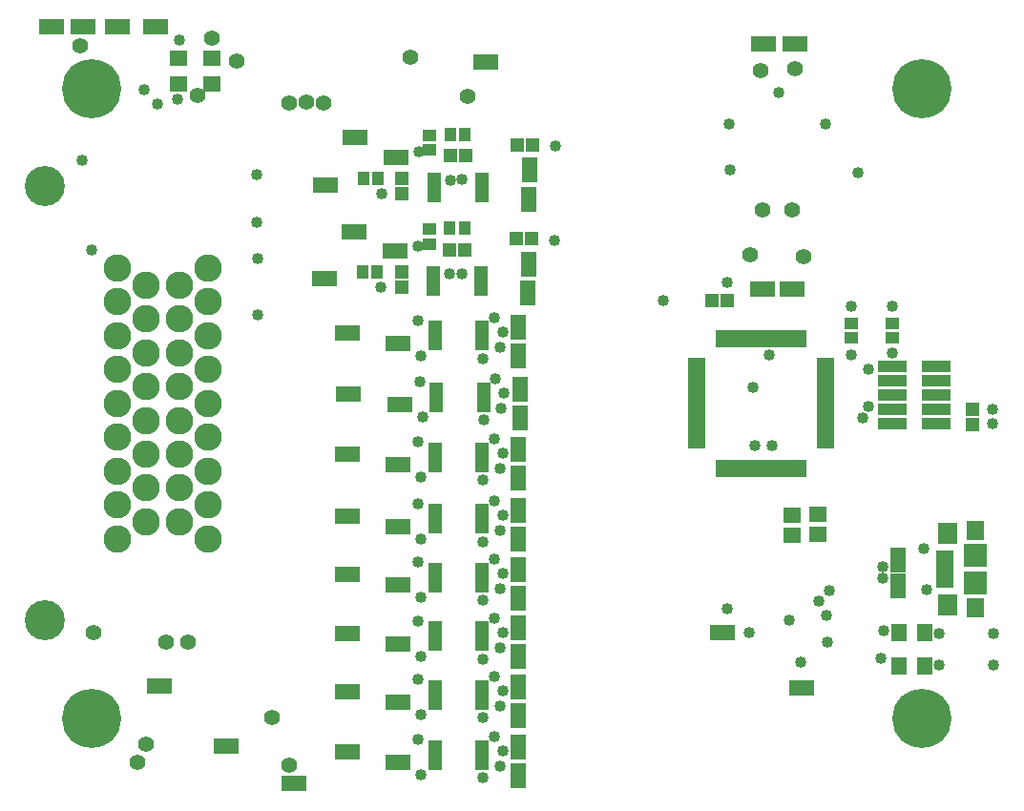
<source format=gbr>
%TF.GenerationSoftware,Altium Limited,Altium Designer,19.0.10 (269)*%
G04 Layer_Color=8388736*
%FSLAX26Y26*%
%MOIN*%
%TF.FileFunction,Soldermask,Top*%
%TF.Part,Single*%
G01*
G75*
%TA.AperFunction,SMDPad,CuDef*%
%ADD58R,0.049370X0.045433*%
%ADD63R,0.063150X0.055276*%
%ADD67R,0.043465X0.047402*%
%ADD68R,0.045433X0.049370*%
%ADD74R,0.047402X0.043465*%
%TA.AperFunction,ViaPad*%
%ADD76C,0.206850*%
%TA.AperFunction,ComponentPad*%
%ADD77C,0.096614*%
%ADD78C,0.139921*%
%TA.AperFunction,ViaPad*%
%ADD79C,0.040000*%
%ADD80C,0.055000*%
%TA.AperFunction,SMDPad,CuDef*%
%ADD81R,0.090709X0.055276*%
%ADD82R,0.061181X0.053307*%
%ADD83R,0.053307X0.061181*%
%ADD84R,0.104488X0.039921*%
%ADD85R,0.021811X0.063150*%
%ADD86R,0.063150X0.021811*%
%ADD87R,0.055276X0.090709*%
%ADD88R,0.045000X0.026535*%
%ADD89R,0.084803X0.084803*%
%ADD90R,0.061181X0.067087*%
%ADD91R,0.065118X0.072992*%
%ADD92R,0.063150X0.025748*%
D58*
X3374646Y1377835D02*
D03*
Y1324685D02*
D03*
X1380889Y1804500D02*
D03*
Y1857649D02*
D03*
X1383359Y2133059D02*
D03*
Y2186208D02*
D03*
D63*
X2835000Y944016D02*
D03*
Y1012913D02*
D03*
X2746266Y940551D02*
D03*
Y1009449D02*
D03*
D67*
X1245299Y1857649D02*
D03*
X1296480D02*
D03*
X1550299Y2011074D02*
D03*
X1601480D02*
D03*
X1552769Y2339633D02*
D03*
X1603950D02*
D03*
X1298950Y2186208D02*
D03*
X1247769D02*
D03*
D68*
X2466072Y1760346D02*
D03*
X2519221D02*
D03*
X1549315Y1936074D02*
D03*
X1602464D02*
D03*
X1783425Y1975000D02*
D03*
X1836575D02*
D03*
X1785895Y2303559D02*
D03*
X1839045D02*
D03*
X1551784Y2264633D02*
D03*
X1604934D02*
D03*
D74*
X3096457Y1680472D02*
D03*
Y1629291D02*
D03*
X2951513Y1680472D02*
D03*
Y1629291D02*
D03*
X1477297Y2007744D02*
D03*
Y1956563D02*
D03*
X1479767Y2336303D02*
D03*
Y2285122D02*
D03*
D76*
X300000Y300000D02*
D03*
Y2500000D02*
D03*
X3200000Y300000D02*
D03*
Y2500000D02*
D03*
D77*
X488425Y1695276D02*
D03*
Y1813386D02*
D03*
Y986614D02*
D03*
X606535D02*
D03*
X390000Y1872441D02*
D03*
Y1754331D02*
D03*
Y1636220D02*
D03*
Y1518110D02*
D03*
Y1400000D02*
D03*
Y1281890D02*
D03*
Y1163780D02*
D03*
Y1045669D02*
D03*
Y927559D02*
D03*
X488425Y1577165D02*
D03*
Y1459055D02*
D03*
Y1340945D02*
D03*
Y1222835D02*
D03*
Y1104724D02*
D03*
X606535Y1813386D02*
D03*
Y1695276D02*
D03*
Y1577165D02*
D03*
Y1459055D02*
D03*
Y1340945D02*
D03*
Y1222835D02*
D03*
Y1104724D02*
D03*
X704961Y1872441D02*
D03*
Y1754331D02*
D03*
Y1636220D02*
D03*
Y1518110D02*
D03*
Y1400000D02*
D03*
Y1281890D02*
D03*
Y1163780D02*
D03*
Y1045669D02*
D03*
Y927559D02*
D03*
D78*
X134095Y642126D02*
D03*
Y2157874D02*
D03*
D79*
X297603Y1937224D02*
D03*
X3445000Y1330000D02*
D03*
Y1380787D02*
D03*
X2675000Y1252835D02*
D03*
X2615098Y1251929D02*
D03*
X3096457Y1575740D02*
D03*
X2775000Y495000D02*
D03*
X2975000Y2205000D02*
D03*
X2530000Y2215736D02*
D03*
X2700000Y2485000D02*
D03*
X875000Y2200000D02*
D03*
Y2031074D02*
D03*
X880000Y1905000D02*
D03*
Y1707747D02*
D03*
X1552769Y2180224D02*
D03*
X1311108Y2133059D02*
D03*
X1917688Y2298559D02*
D03*
X1441322Y2279319D02*
D03*
X1915218Y1970000D02*
D03*
X1593593Y2182153D02*
D03*
X1440000Y1689361D02*
D03*
X1450000Y1567594D02*
D03*
X1705000Y1699361D02*
D03*
X1665513Y1557122D02*
D03*
X1734692Y1649367D02*
D03*
X1725513Y1597052D02*
D03*
X1445000Y1474361D02*
D03*
X1455000Y1352594D02*
D03*
X1710000Y1484361D02*
D03*
X1670513Y1342122D02*
D03*
X1739692Y1434367D02*
D03*
X1730513Y1382052D02*
D03*
X1440000Y1264361D02*
D03*
X1450000Y1142594D02*
D03*
X1705000Y1274361D02*
D03*
X1665513Y1132122D02*
D03*
X1734692Y1224367D02*
D03*
X1725513Y1172052D02*
D03*
X1440000Y1049361D02*
D03*
X1450000Y927594D02*
D03*
X1705000Y1059361D02*
D03*
X1665513Y917122D02*
D03*
X1734692Y1009367D02*
D03*
X1725513Y957052D02*
D03*
X1440000Y844361D02*
D03*
X1450000Y722594D02*
D03*
X1705000Y854361D02*
D03*
X1665513Y712122D02*
D03*
X1734692Y804367D02*
D03*
X1725513Y752052D02*
D03*
X1440000Y639361D02*
D03*
X1450000Y517594D02*
D03*
X1705000Y649361D02*
D03*
X1665513Y507122D02*
D03*
X1734692Y599367D02*
D03*
X1725513Y547052D02*
D03*
X1440000Y434361D02*
D03*
X1450000Y312594D02*
D03*
X1705000Y444361D02*
D03*
X1665513Y302122D02*
D03*
X1734692Y394367D02*
D03*
X1725513Y342052D02*
D03*
X604353Y2670508D02*
D03*
X530000Y2445000D02*
D03*
X2519221Y683264D02*
D03*
X2607486Y1455351D02*
D03*
X265000Y2248006D02*
D03*
X2870412Y566448D02*
D03*
X2735000Y641457D02*
D03*
X2865000Y658228D02*
D03*
X2875000Y746385D02*
D03*
X3205000Y892360D02*
D03*
X1308638Y1804500D02*
D03*
X1550299Y1851665D02*
D03*
X600305Y2461925D02*
D03*
X1438852Y1950759D02*
D03*
X2295000Y1759966D02*
D03*
X2519221Y1823969D02*
D03*
X3056059Y507911D02*
D03*
X3065000Y606025D02*
D03*
X3260000Y595509D02*
D03*
Y485768D02*
D03*
X3450000Y486257D02*
D03*
Y595000D02*
D03*
X2595000Y598225D02*
D03*
X482323Y2495000D02*
D03*
X1734692Y184367D02*
D03*
X3094646Y1740827D02*
D03*
X2951512D02*
D03*
X1705000Y234361D02*
D03*
X1450000Y102594D02*
D03*
X1440000Y224361D02*
D03*
X1665513Y92122D02*
D03*
X1725513Y132052D02*
D03*
X3215000Y750397D02*
D03*
X2839606Y708901D02*
D03*
X2666542Y1568775D02*
D03*
X3011967Y1520472D02*
D03*
X3013701Y1390472D02*
D03*
X2953228Y1570472D02*
D03*
X2993228Y1350472D02*
D03*
X1591124Y1853594D02*
D03*
X3061471Y828023D02*
D03*
Y788023D02*
D03*
X2526657Y2375163D02*
D03*
X2861657D02*
D03*
D80*
X2637014Y2561829D02*
D03*
X2755000Y2570000D02*
D03*
X2642919Y2075000D02*
D03*
X2744727Y2076266D02*
D03*
X2784652Y1913701D02*
D03*
X2600000Y1920000D02*
D03*
X1611104Y2473445D02*
D03*
X305000Y600000D02*
D03*
X990000Y137126D02*
D03*
X930000Y302122D02*
D03*
X460000Y145000D02*
D03*
X490000Y210941D02*
D03*
X560000Y564457D02*
D03*
X635000D02*
D03*
X1413852Y2610000D02*
D03*
X720000Y2675000D02*
D03*
X805000Y2597397D02*
D03*
X667912Y2475000D02*
D03*
X260000Y2649212D02*
D03*
X1107776Y2448661D02*
D03*
X1047776Y2453661D02*
D03*
X987776Y2448661D02*
D03*
D81*
X2745282Y1800346D02*
D03*
X2643646D02*
D03*
X268071Y2715000D02*
D03*
X2644631Y2654433D02*
D03*
X2755000D02*
D03*
X770000Y201339D02*
D03*
X535000Y413075D02*
D03*
X1675000Y2591377D02*
D03*
X1005000Y71098D02*
D03*
X2780000Y405000D02*
D03*
X2502442Y598228D02*
D03*
X1370000Y145000D02*
D03*
X1190984Y181571D02*
D03*
X1370000Y355000D02*
D03*
X1190984Y391572D02*
D03*
X1370000Y970000D02*
D03*
X1190984Y1006572D02*
D03*
X1370000Y1185000D02*
D03*
X1190984Y1221572D02*
D03*
X1370000Y765000D02*
D03*
X1190984Y801572D02*
D03*
X1370000Y560000D02*
D03*
X1190984Y596572D02*
D03*
X1375000Y1395000D02*
D03*
X1195984Y1431572D02*
D03*
X1370000Y1610000D02*
D03*
X1190984Y1646572D02*
D03*
X1359170Y1932153D02*
D03*
X1361640Y2260712D02*
D03*
X1216713Y2000000D02*
D03*
X1219182Y2328559D02*
D03*
X1113170Y1835000D02*
D03*
X1115640Y2163559D02*
D03*
X522677Y2715000D02*
D03*
X160000D02*
D03*
X390000Y2715002D02*
D03*
D82*
X717586Y2605276D02*
D03*
Y2514724D02*
D03*
X603582Y2607200D02*
D03*
Y2516649D02*
D03*
D83*
X3210553Y599367D02*
D03*
X3120002D02*
D03*
Y482992D02*
D03*
X3210553D02*
D03*
D84*
X3096457Y1530000D02*
D03*
X3250000D02*
D03*
X3096457Y1480000D02*
D03*
X3250000D02*
D03*
X3096457Y1430000D02*
D03*
X3250000D02*
D03*
X3096457Y1380000D02*
D03*
X3250000D02*
D03*
X3096457Y1330000D02*
D03*
X3250000D02*
D03*
D85*
X2784652Y1626850D02*
D03*
X2764967D02*
D03*
X2745282D02*
D03*
X2725597D02*
D03*
X2705912D02*
D03*
X2686227D02*
D03*
X2666542D02*
D03*
X2646857D02*
D03*
X2627171D02*
D03*
X2607486D02*
D03*
X2587801D02*
D03*
X2568116D02*
D03*
X2548431D02*
D03*
X2528746D02*
D03*
X2509061D02*
D03*
X2489376D02*
D03*
Y1174094D02*
D03*
X2509061D02*
D03*
X2528746D02*
D03*
X2548431D02*
D03*
X2568116D02*
D03*
X2587801D02*
D03*
X2607486D02*
D03*
X2627171D02*
D03*
X2646857D02*
D03*
X2666542D02*
D03*
X2686227D02*
D03*
X2705912D02*
D03*
X2725597D02*
D03*
X2745282D02*
D03*
X2764967D02*
D03*
X2784652D02*
D03*
D86*
X2410636Y1548110D02*
D03*
Y1528425D02*
D03*
Y1508740D02*
D03*
Y1489055D02*
D03*
Y1469370D02*
D03*
Y1449685D02*
D03*
Y1430000D02*
D03*
Y1410315D02*
D03*
Y1390630D02*
D03*
Y1370945D02*
D03*
Y1351260D02*
D03*
Y1331575D02*
D03*
Y1311890D02*
D03*
Y1292205D02*
D03*
Y1272520D02*
D03*
Y1252835D02*
D03*
X2863392D02*
D03*
Y1272520D02*
D03*
Y1292205D02*
D03*
Y1311890D02*
D03*
Y1331575D02*
D03*
Y1351260D02*
D03*
Y1370945D02*
D03*
Y1390630D02*
D03*
Y1410315D02*
D03*
Y1430000D02*
D03*
Y1449685D02*
D03*
Y1469370D02*
D03*
Y1489055D02*
D03*
Y1508740D02*
D03*
Y1528425D02*
D03*
Y1548110D02*
D03*
D87*
X3115000Y762290D02*
D03*
Y853756D02*
D03*
X1790000Y200272D02*
D03*
X1790000Y100272D02*
D03*
X1790000Y410272D02*
D03*
X1790000Y310272D02*
D03*
X1790000Y1025272D02*
D03*
X1790000Y925272D02*
D03*
X1790000Y1240272D02*
D03*
X1790000Y1140272D02*
D03*
X1790000Y820272D02*
D03*
X1790000Y720272D02*
D03*
X1790000Y615272D02*
D03*
X1790000Y515272D02*
D03*
X1795000Y1450272D02*
D03*
X1795000Y1350272D02*
D03*
X1790000Y1665272D02*
D03*
X1790000Y1565272D02*
D03*
X1825000Y1887177D02*
D03*
X1827470Y2215736D02*
D03*
X1823477Y1784596D02*
D03*
X1825947Y2113155D02*
D03*
D88*
X1663878Y1598186D02*
D03*
Y1623776D02*
D03*
Y1649367D02*
D03*
Y1674957D02*
D03*
X1498091Y1598186D02*
D03*
Y1623776D02*
D03*
Y1649367D02*
D03*
Y1674957D02*
D03*
X1668878Y1383186D02*
D03*
Y1408776D02*
D03*
Y1434367D02*
D03*
Y1459957D02*
D03*
X1503091Y1383186D02*
D03*
Y1408776D02*
D03*
Y1434367D02*
D03*
Y1459957D02*
D03*
X1663878Y1173186D02*
D03*
Y1198776D02*
D03*
Y1224367D02*
D03*
Y1249957D02*
D03*
X1498091Y1173186D02*
D03*
Y1198776D02*
D03*
Y1224367D02*
D03*
Y1249957D02*
D03*
X1663878Y958186D02*
D03*
Y983776D02*
D03*
Y1009367D02*
D03*
Y1034957D02*
D03*
X1498091Y958186D02*
D03*
Y983776D02*
D03*
Y1009367D02*
D03*
Y1034957D02*
D03*
X1663878Y753186D02*
D03*
Y778776D02*
D03*
Y804367D02*
D03*
Y829957D02*
D03*
X1498091Y753186D02*
D03*
Y778776D02*
D03*
Y804367D02*
D03*
Y829957D02*
D03*
X1663878Y548186D02*
D03*
Y573776D02*
D03*
Y599367D02*
D03*
Y624957D02*
D03*
X1498091Y548186D02*
D03*
Y573776D02*
D03*
Y599367D02*
D03*
Y624957D02*
D03*
X1663878Y343186D02*
D03*
Y368776D02*
D03*
Y394367D02*
D03*
Y419957D02*
D03*
X1498091Y343186D02*
D03*
Y368776D02*
D03*
Y394367D02*
D03*
Y419957D02*
D03*
Y209957D02*
D03*
Y184367D02*
D03*
Y158776D02*
D03*
Y133186D02*
D03*
X1663878Y209957D02*
D03*
Y184367D02*
D03*
Y158776D02*
D03*
Y133186D02*
D03*
X1658783Y1787688D02*
D03*
Y1813279D02*
D03*
Y1838870D02*
D03*
Y1864460D02*
D03*
X1492996Y1787688D02*
D03*
Y1813279D02*
D03*
Y1838870D02*
D03*
Y1864460D02*
D03*
X1661253Y2116248D02*
D03*
Y2141838D02*
D03*
Y2167429D02*
D03*
Y2193019D02*
D03*
X1495466Y2116248D02*
D03*
Y2141838D02*
D03*
Y2167429D02*
D03*
Y2193019D02*
D03*
D89*
X3385000Y868228D02*
D03*
Y773740D02*
D03*
D90*
Y955827D02*
D03*
Y686142D02*
D03*
D91*
X3288543Y946969D02*
D03*
Y695000D02*
D03*
D92*
X3279685Y872165D02*
D03*
Y846575D02*
D03*
Y795394D02*
D03*
Y769803D02*
D03*
Y820984D02*
D03*
%TF.MD5,07b8f2a3d8eb2c2dbaae9ebe37aae154*%
M02*

</source>
